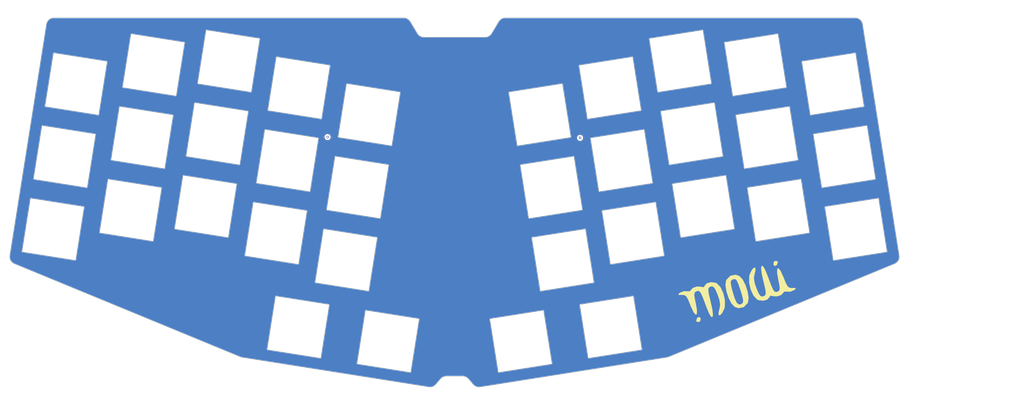
<source format=kicad_pcb>
(kicad_pcb (version 20221018) (generator pcbnew)
  (title_block (title "moai-plate") (rev "0.0.2") (company "Unknown"))
  (layers (0 "F.Cu" signal) (31 "B.Cu" signal) (34 "B.Paste" user) (35 "F.Paste" user) (36 "B.SilkS" user "B.Silkscreen") (37 "F.SilkS" user "F.Silkscreen") (38 "B.Mask" user) (39 "F.Mask" user) (44 "Edge.Cuts" user))
  (net 0 "")
  (footprint "LOGO" (layer "F.Cu") (at 293.8 155 18)
    (fp_text reference "" (at 0 0 18) (layer "F.SilkS") (effects (font (size 1.5 1.5) (thickness 0.3))))
    (fp_text value "LOGO" hide)
    (fp_poly (pts (xy -24.929629 3.488581) (xy -25.30835 4.136537) (xy -25.674383 4.233334) (xy -26.222972 3.959842) (xy -26.232947 3.674769) (xy -25.764766 3.053614) (xy -25.201136 2.974637)) (fill solid) (layer "F.SilkS"))
    (fp_poly (pts (xy -1.52888 -4.430212) (xy -1.518904 -4.145138) (xy -1.987085 -3.523984) (xy -2.550715 -3.445007) (xy -2.822222 -3.95895) (xy -2.443502 -4.606906) (xy -2.077469 -4.703703)) (fill solid) (layer "F.SilkS"))
    (fp_poly (pts (xy -12.896387 -4.463811) (xy -12.067346 -3.843518) (xy -11.534822 -2.732187) (xy -11.27361 -1.108072) (xy -11.279839 0.683279) (xy -11.549642 2.296317) (xy -12.079148 3.385494) (xy -12.149074 3.454877) (xy -13.49381 4.157117) (xy -14.855464 3.993442) (xy -15.684506 3.373148) (xy -16.21703 2.261818) (xy -16.372113 1.29757) (xy -14.998963 1.29757) (xy -14.832949 2.556215) (xy -14.422624 3.146486) (xy -13.759756 3.203322) (xy -13.317644 2.973446) (xy -13.065424 2.361904) (xy -12.954628 1.166211) (xy -12.935185 -0.241627) (xy -12.960662 -1.969943) (xy -13.075516 -2.959381) (xy -13.337381 -3.411268) (xy -13.803893 -3.526931) (xy -13.875926 -3.527777) (xy -14.4136 -3.40904) (xy -14.724208 -2.909897) (xy -14.891646 -1.81595) (xy -14.95967 -0.758223) (xy -14.998963 1.29757) (xy -16.372113 1.29757) (xy -16.478242 0.637703) (xy -16.472012 -1.153648) (xy -16.202209 -2.766686) (xy -15.672704 -3.855863) (xy -15.602777 -3.925246) (xy -14.258042 -4.627487)) (fill solid) (layer "F.SilkS"))
    (fp_poly (pts (xy -22.409926 -4.320087) (xy -22.254571 -4.192348) (xy -21.686797 -3.935375) (xy -21.427181 -4.192348) (xy -20.663324 -4.651194) (xy -19.537325 -4.603211) (xy -18.450293 -4.091519) (xy -18.182161 -3.843518) (xy -17.584215 -2.599021) (xy -17.377022 -0.872273) (xy -17.549992 0.968145) (xy -18.092537 2.55365) (xy -18.378584 2.993974) (xy -19.273825 3.909576) (xy -19.965979 4.27322) (xy -20.285321 4.096012) (xy -20.062126 3.389058) (xy -19.742194 2.904748) (xy -19.12477 1.793921) (xy -18.884722 0.458963) (xy -18.904964 -0.975807) (xy -19.03757 -2.466309) (xy -19.279358 -3.237109) (xy -19.72432 -3.509125) (xy -19.990741 -3.527777) (xy -20.468741 -3.43378) (xy -20.776598 -3.026374) (xy -20.973683 -2.117442) (xy -21.119371 -0.518863) (xy -21.166666 0.198065) (xy -21.364956 2.238008) (xy -21.646591 3.586097) (xy -21.970264 4.111301) (xy -22.283325 3.895466) (xy -22.501957 2.947613) (xy -22.642949 1.179081) (xy -22.675819 0.385459) (xy -22.763321 -1.536973) (xy -22.894235 -2.703655) (xy -23.119509 -3.299549) (xy -23.49009 -3.509617) (xy -23.753703 -3.527777) (xy -24.296215 -3.400402) (xy -24.625987 -2.877159) (xy -24.832378 -1.746369) (xy -24.929629 -0.742173) (xy -25.19008 1.117587) (xy -25.537985 2.093612) (xy -25.905366 2.176641) (xy -26.224241 1.357413) (xy -26.426631 -0.373334) (xy -26.435072 -0.537071) (xy -26.546341 -2.167546) (xy -26.748017 -3.096967) (xy -27.136928 -3.565003) (xy -27.751852 -3.796362) (xy -28.531984 -4.050526) (xy -28.461855 -4.281551) (xy -28.042322 -4.478007) (xy -26.863882 -4.546838) (xy -26.300239 -4.3172) (xy -25.451903 -4.048451) (xy -25.158861 -4.242965) (xy -24.45373 -4.631739) (xy -23.37446 -4.654606)) (fill solid) (layer "F.SilkS"))
    (fp_poly (pts (xy -7.46653 -4.566382) (xy -7.689726 -3.859428) (xy -8.009658 -3.375118) (xy -8.627082 -2.264291) (xy -8.867129 -0.929333) (xy -8.846888 0.505438) (xy -8.714282 1.995939) (xy -8.472494 2.766739) (xy -8.027532 3.038755) (xy -7.761111 3.057408) (xy -7.28311 2.96341) (xy -6.975254 2.556004) (xy -6.778168 1.647072) (xy -6.63248 0.048494) (xy -6.585185 -0.668434) (xy -6.386895 -2.708377) (xy -6.10526 -4.056467) (xy -5.781588 -4.58167) (xy -5.468526 -4.365836) (xy -5.249894 -3.417983) (xy -5.108903 -1.649451) (xy -5.076032 -0.855828) (xy -4.988531 1.066603) (xy -4.857616 2.233285) (xy -4.632342 2.82918) (xy -4.261762 3.039248) (xy -3.998148 3.057408) (xy -3.455636 2.930033) (xy -3.125864 2.406789) (xy -2.919473 1.275999) (xy -2.822222 0.271804) (xy -2.561772 -1.587956) (xy -2.213866 -2.563981) (xy -1.846486 -2.647011) (xy -1.527611 -1.827782) (xy -1.325221 -0.097035) (xy -1.316779 0.066702) (xy -1.20551 1.697176) (xy -1.003834 2.626598) (xy -0.614924 3.094634) (xy 0 3.325993) (xy 0.780132 3.580156) (xy 0.710004 3.811182) (xy 0.29047 4.007637) (xy -0.887969 4.076469) (xy -1.451612 3.84683) (xy -2.299948 3.578081) (xy -2.59299 3.772596) (xy -3.298121 4.16137) (xy -4.377392 4.184237) (xy -5.341925 3.849718) (xy -5.497281 3.721979) (xy -6.065055 3.465006) (xy -6.32467 3.721979) (xy -7.088527 4.180824) (xy -8.214526 4.132841) (xy -9.301558 3.621149) (xy -9.569691 3.373148) (xy -10.167636 2.128652) (xy -10.374829 0.401903) (xy -10.201859 -1.438515) (xy -9.659314 -3.02402) (xy -9.373268 -3.464344) (xy -8.478027 -4.379946) (xy -7.785872 -4.74359)) (fill solid) (layer "F.SilkS"))
  )
  (footprint "LOGO" (layer "B.Cu") (at 121 153.8 162)
    (fp_text reference "" (at 0 0 162) (layer "B.SilkS") (effects (font (size 1.5 1.5) (thickness 0.3)) (justify mirror)))
    (fp_text value "LOGO" hide)
  )
  (gr_line (start 300.25807 118.430495) (end 302.448153 132.258132) (stroke (width 0.15)) (layer "Edge.Cuts"))
  (gr_line (start 173.027755 176.287901) (end 175.217838 162.460264) (stroke (width 0.15)) (layer "Edge.Cuts"))
  (gr_line (start 137.877658 94.735165) (end 124.050021 92.545082) (stroke (width 0.15)) (layer "Edge.Cuts"))
  (gr_line (start 177.532436 119.240237) (end 191.360073 121.430319) (stroke (width 0.15)) (layer "Edge.Cuts"))
  (gr_line (start 173.778009 142.944757) (end 171.587927 156.772394) (stroke (width 0.15)) (layer "Edge.Cuts"))
  (gr_line (start 182.410795 177.774028) (end 196.238431 179.964111) (stroke (width 0.15)) (layer "Edge.Cuts"))
  (gr_line (start 241.926187 114.507311) (end 255.753824 112.317229) (stroke (width 0.15)) (layer "Edge.Cuts"))
  (gr_line (start 159.200119 174.097818) (end 173.027755 176.287901) (stroke (width 0.15)) (layer "Edge.Cuts"))
  (gr_line (start 114.887849 118.430495) (end 101.060212 116.240413) (stroke (width 0.15)) (layer "Edge.Cuts"))
  (gr_line (start 135.687575 108.562801) (end 137.877658 94.735165) (stroke (width 0.15)) (layer "Edge.Cuts"))
  (gr_line (start 118.887684 125.138797) (end 132.715321 127.32888) (stroke (width 0.15)) (layer "Edge.Cuts"))
  (gr_line (start 271.704082 91.566584) (end 257.876445 93.756666) (stroke (width 0.15)) (layer "Edge.Cuts"))
  (gr_line (start 151.324965 131.288823) (end 137.497328 129.098741) (stroke (width 0.15)) (layer "Edge.Cuts"))
  (gr_line (start 154.297219 112.522745) (end 140.469583 110.332662) (stroke (width 0.15)) (layer "Edge.Cuts"))
  (gr_line (start 238.395655 124.178679) (end 224.568019 126.368761) (stroke (width 0.15)) (layer "Edge.Cuts"))
  (gr_line (start 156.419841 131.083307) (end 170.247478 133.27339) (stroke (width 0.15)) (layer "Edge.Cuts"))
  (gr_line (start 179.722519 105.4126) (end 177.532436 119.240237) (stroke (width 0.15)) (layer "Edge.Cuts"))
  (gr_line (start 276.866419 124.160299) (end 274.676337 110.332662) (stroke (width 0.15)) (layer "Edge.Cuts"))
  (gr_line (start 297.040408 130.077239) (end 283.212771 132.267322) (stroke (width 0.15)) (layer "Edge.Cuts"))
  (gr_line (start 299.475898 113.492053) (end 313.303535 111.301971) (stroke (width 0.15)) (layer "Edge.Cuts"))
  (gr_line (start 224.568019 126.368761) (end 226.758101 140.196398) (stroke (width 0.15)) (layer "Edge.Cuts"))
  (gr_line (start 282.430599 127.32888) (end 296.258235 125.138797) (stroke (width 0.15)) (layer "Edge.Cuts"))
  (gr_line (start 223.785846 121.430319) (end 237.613483 119.240237) (stroke (width 0.15)) (layer "Edge.Cuts"))
  (gr_line (start 194.440579 88.395897) (end 104.139851 88.395897) (stroke (width 0.15)) (layer "Edge.Cuts"))
  (gr_line (start 263.038782 126.350381) (end 276.866419 124.160299) (stroke (width 0.15)) (layer "Edge.Cuts"))
  (gr_line (start 161.582178 98.489592) (end 159.392096 112.317229) (stroke (width 0.15)) (layer "Edge.Cuts"))
  (gr_line (start 311.006069 88.395897) (end 220.70534 88.395897) (stroke (width 0.15)) (layer "Edge.Cuts"))
  (gr_line (start 134.905403 113.501243) (end 121.077766 111.311161) (stroke (width 0.15)) (layer "Edge.Cuts"))
  (gr_line (start 311.113452 97.474334) (end 297.285816 99.664417) (stroke (width 0.15)) (layer "Edge.Cuts"))
  (gr_line (start 117.860104 99.664417) (end 104.032467 97.474334) (stroke (width 0.15)) (layer "Edge.Cuts"))
  (gr_line (start 176.750264 124.178679) (end 174.560181 138.006315) (stroke (width 0.15)) (layer "Edge.Cuts"))
  (gr_line (start 141.251755 105.39422) (end 155.079392 107.584303) (stroke (width 0.15)) (layer "Edge.Cuts"))
  (gr_line (start 229.730356 158.962476) (end 243.557993 156.772394) (stroke (width 0.15)) (layer "Edge.Cuts"))
  (gr_line (start 115.915429 143.904876) (end 129.743066 146.094958) (stroke (width 0.15)) (layer "Edge.Cuts"))
  (gr_line (start 283.212771 132.267322) (end 285.402854 146.094958) (stroke (width 0.15)) (layer "Edge.Cuts"))
  (gr_line (start 196.238431 179.964111) (end 198.428514 166.136474) (stroke (width 0.15)) (layer "Edge.Cuts"))
  (gr_line (start 255.945801 174.097818) (end 253.755718 160.270182) (stroke (width 0.15)) (layer "Edge.Cuts"))
  (gr_line (start 135.307245 142.926377) (end 149.134882 145.11646) (stroke (width 0.15)) (layer "Edge.Cuts"))
  (gr_line (start 173.219732 114.507311) (end 175.409815 100.679674) (stroke (width 0.15)) (layer "Edge.Cuts"))
  (gr_line (start 221.595764 107.602683) (end 223.785846 121.430319) (stroke (width 0.15)) (layer "Edge.Cuts"))
  (gr_line (start 243.557993 156.772394) (end 241.36791 142.944757) (stroke (width 0.15)) (layer "Edge.Cuts"))
  (gr_arc (start 218.990354 89.366905) (mid 219.719942 88.655497) (end 220.70534 88.395897) (stroke (width 0.15)) (layer "Edge.Cuts"))
  (gr_line (start 115.670021 113.492053) (end 117.860104 99.664417) (stroke (width 0.15)) (layer "Edge.Cuts"))
  (gr_line (start 274.676337 110.332662) (end 260.8487 112.522745) (stroke (width 0.15)) (layer "Edge.Cuts"))
  (gr_line (start 230.545042 163.946392) (end 216.717405 166.136474) (stroke (width 0.15)) (layer "Edge.Cuts"))
  (gr_line (start 259.508251 136.021749) (end 245.680614 138.211831) (stroke (width 0.15)) (layer "Edge.Cuts"))
  (gr_line (start 193.550156 107.602683) (end 179.722519 105.4126) (stroke (width 0.15)) (layer "Edge.Cuts"))
  (gr_line (start 260.8487 112.522745) (end 263.038782 126.350381) (stroke (width 0.15)) (layer "Edge.Cuts"))
  (gr_arc (start 93.924161 151.930927) (mid 92.942319 151.060587) (end 92.711136 149.769053) (stroke (width 0.15)) (layer "Edge.Cuts"))
  (gr_line (start 138.2795 124.160299) (end 152.107137 126.350381) (stroke (width 0.15)) (layer "Edge.Cuts"))
  (gr_arc (start 202.75334 183.072887) (mid 201.925848 183.646862) (end 200.923553 183.744822) (stroke (width 0.15)) (layer "Edge.Cuts"))
  (gr_line (start 140.469583 110.332662) (end 138.2795 124.160299) (stroke (width 0.15)) (layer "Edge.Cuts"))
  (gr_line (start 169.465305 138.211831) (end 155.637669 136.021749) (stroke (width 0.15)) (layer "Edge.Cuts"))
  (gr_line (start 266.011037 145.11646) (end 279.838674 142.926377) (stroke (width 0.15)) (layer "Edge.Cuts"))
  (gr_arc (start 203.974428 181.65181) (mid 204.656745 181.137714) (end 205.491346 180.955251) (stroke (width 0.15)) (layer "Edge.Cuts"))
  (gr_line (start 241.36791 142.944757) (end 227.540273 145.13484) (stroke (width 0.15)) (layer "Edge.Cuts"))
  (gr_line (start 153.447586 149.849386) (end 167.275223 152.039468) (stroke (width 0.15)) (layer "Edge.Cuts"))
  (gr_arc (start 311.006069 88.395898) (mid 312.304964 88.875086) (end 312.981445 90.083028) (stroke (width 0.15)) (layer "Edge.Cuts"))
  (gr_line (start 95.897875 148.834128) (end 109.725512 151.02421) (stroke (width 0.15)) (layer "Edge.Cuts"))
  (gr_line (start 137.497328 129.098741) (end 135.307245 142.926377) (stroke (width 0.15)) (layer "Edge.Cuts"))
  (gr_arc (start 209.654573 180.955251) (mid 210.489174 181.137714) (end 211.171491 181.65181) (stroke (width 0.15)) (layer "Edge.Cuts"))
  (gr_line (start 280.240516 113.501243) (end 282.430599 127.32888) (stroke (width 0.15)) (layer "Edge.Cuts"))
  (gr_line (start 98.087957 135.006491) (end 95.897875 148.834128) (stroke (width 0.15)) (layer "Edge.Cuts"))
  (gr_line (start 205.491346 180.955251) (end 209.654573 180.955251) (stroke (width 0.15)) (layer "Edge.Cuts"))
  (gr_line (start 149.134882 145.11646) (end 151.324965 131.288823) (stroke (width 0.15)) (layer "Edge.Cuts"))
  (gr_line (start 316.27579 130.068049) (end 314.085707 116.240413) (stroke (width 0.15)) (layer "Edge.Cuts"))
  (gr_line (start 104.032467 97.474334) (end 101.842385 111.301971) (stroke (width 0.15)) (layer "Edge.Cuts"))
  (gr_line (start 237.613483 119.240237) (end 235.4234 105.4126) (stroke (width 0.15)) (layer "Edge.Cuts"))
  (gr_line (start 188.387818 140.196398) (end 190.577901 126.368761) (stroke (width 0.15)) (layer "Edge.Cuts"))
  (gr_arc (start 152.705782 176.107878) (mid 152.47734 176.057854) (end 152.256299 175.981506) (stroke (width 0.15)) (layer "Edge.Cuts"))
  (gr_line (start 101.060212 116.240413) (end 98.87013 130.068049) (stroke (width 0.15)) (layer "Edge.Cuts"))
  (gr_line (start 297.285816 99.664417) (end 299.475898 113.492053) (stroke (width 0.15)) (layer "Edge.Cuts"))
  (gr_line (start 152.107137 126.350381) (end 154.297219 112.522745) (stroke (width 0.15)) (layer "Edge.Cuts"))
  (gr_line (start 277.268261 94.735165) (end 279.458344 108.562801) (stroke (width 0.15)) (layer "Edge.Cuts"))
  (gr_line (start 131.933148 132.267322) (end 118.105511 130.077239) (stroke (width 0.15)) (layer "Edge.Cuts"))
  (gr_line (start 171.587927 156.772394) (end 185.415563 158.962476) (stroke (width 0.15)) (layer "Edge.Cuts"))
  (gr_line (start 322.434783 149.769053) (end 312.981445 90.083028) (stroke (width 0.15)) (layer "Edge.Cuts"))
  (gr_line (start 121.077766 111.311161) (end 118.887684 125.138797) (stroke (width 0.15)) (layer "Edge.Cuts"))
  (gr_line (start 111.915594 137.196574) (end 98.087957 135.006491) (stroke (width 0.15)) (layer "Edge.Cuts"))
  (gr_line (start 239.928081 162.460264) (end 242.118164 176.287901) (stroke (width 0.15)) (layer "Edge.Cuts"))
  (gr_line (start 159.392096 112.317229) (end 173.219732 114.507311) (stroke (width 0.15)) (layer "Edge.Cuts"))
  (gr_line (start 190.577901 126.368761) (end 176.750264 124.178679) (stroke (width 0.15)) (layer "Edge.Cuts"))
  (gr_line (start 129.743066 146.094958) (end 131.933148 132.267322) (stroke (width 0.15)) (layer "Edge.Cuts"))
  (gr_line (start 172.43756 119.445753) (end 158.609923 117.25567) (stroke (width 0.15)) (layer "Edge.Cuts"))
  (gr_line (start 279.458344 108.562801) (end 293.285981 106.372719) (stroke (width 0.15)) (layer "Edge.Cuts"))
  (gr_arc (start 217.155565 92.424889) (mid 216.425977 93.136297) (end 215.440579 93.395897) (stroke (width 0.15)) (layer "Edge.Cuts"))
  (gr_line (start 121.859939 106.372719) (end 135.687575 108.562801) (stroke (width 0.15)) (layer "Edge.Cuts"))
  (gr_line (start 175.217838 162.460264) (end 161.390201 160.270182) (stroke (width 0.15)) (layer "Edge.Cuts"))
  (gr_line (start 319.248044 148.834128) (end 317.057962 135.006491) (stroke (width 0.15)) (layer "Edge.Cuts"))
  (gr_line (start 93.924161 151.930927) (end 152.256299 175.981506) (stroke (width 0.15)) (layer "Edge.Cuts"))
  (gr_line (start 303.230325 137.196574) (end 305.420408 151.02421) (stroke (width 0.15)) (layer "Edge.Cuts"))
  (gr_line (start 291.095898 92.545082) (end 277.268261 94.735165) (stroke (width 0.15)) (layer "Edge.Cuts"))
  (gr_line (start 255.753824 112.317229) (end 253.563741 98.489592) (stroke (width 0.15)) (layer "Edge.Cuts"))
  (gr_arc (start 262.88962 175.981506) (mid 262.668579 176.057854) (end 262.440137 176.107878) (stroke (width 0.15)) (layer "Edge.Cuts"))
  (gr_line (start 185.415563 158.962476) (end 187.605646 145.13484) (stroke (width 0.15)) (layer "Edge.Cuts"))
  (gr_line (start 279.838674 142.926377) (end 277.648591 129.098741) (stroke (width 0.15)) (layer "Edge.Cuts"))
  (gr_line (start 302.448153 132.258132) (end 316.27579 130.068049) (stroke (width 0.15)) (layer "Edge.Cuts"))
  (gr_line (start 215.440579 93.395897) (end 199.70534 93.395897) (stroke (width 0.15)) (layer "Edge.Cuts"))
  (gr_line (start 314.085707 116.240413) (end 300.25807 118.430495) (stroke (width 0.15)) (layer "Edge.Cuts"))
  (gr_arc (start 102.164474 90.083028) (mid 102.840955 88.875085) (end 104.139851 88.395897) (stroke (width 0.15)) (layer "Edge.Cuts"))
  (gr_line (start 242.708359 119.445753) (end 244.898442 133.27339) (stroke (width 0.15)) (layer "Edge.Cuts"))
  (gr_line (start 211.171491 181.65181) (end 212.392579 183.072887) (stroke (width 0.15)) (layer "Edge.Cuts"))
  (gr_line (start 317.057962 135.006491) (end 303.230325 137.196574) (stroke (width 0.15)) (layer "Edge.Cuts"))
  (gr_line (start 277.648591 129.098741) (end 263.820955 131.288823) (stroke (width 0.15)) (layer "Edge.Cuts"))
  (gr_line (start 293.285981 106.372719) (end 291.095898 92.545082) (stroke (width 0.15)) (layer "Edge.Cuts"))
  (gr_line (start 202.75334 183.072887) (end 203.974428 181.65181) (stroke (width 0.15)) (layer "Edge.Cuts"))
  (gr_line (start 218.990355 89.366905) (end 217.155565 92.424888) (stroke (width 0.15)) (layer "Edge.Cuts"))
  (gr_line (start 109.725512 151.02421) (end 111.915594 137.196574) (stroke (width 0.15)) (layer "Edge.Cuts"))
  (gr_line (start 305.420408 151.02421) (end 319.248044 148.834128) (stroke (width 0.15)) (layer "Edge.Cuts"))
  (gr_line (start 161.390201 160.270182) (end 159.200119 174.097818) (stroke (width 0.15)) (layer "Edge.Cuts"))
  (gr_line (start 235.4234 105.4126) (end 221.595764 107.602683) (stroke (width 0.15)) (layer "Edge.Cuts"))
  (gr_line (start 227.540273 145.13484) (end 229.730356 158.962476) (stroke (width 0.15)) (layer "Edge.Cuts"))
  (gr_line (start 152.705782 176.107877) (end 200.923553 183.744822) (stroke (width 0.15)) (layer "Edge.Cuts"))
  (gr_line (start 158.609923 117.25567) (end 156.419841 131.083307) (stroke (width 0.15)) (layer "Edge.Cuts"))
  (gr_line (start 242.118164 176.287901) (end 255.945801 174.097818) (stroke (width 0.15)) (layer "Edge.Cuts"))
  (gr_line (start 244.898442 133.27339) (end 258.726078 131.083307) (stroke (width 0.15)) (layer "Edge.Cuts"))
  (gr_line (start 174.560181 138.006315) (end 188.387818 140.196398) (stroke (width 0.15)) (layer "Edge.Cuts"))
  (gr_line (start 197.990355 92.424888) (end 196.155565 89.366905) (stroke (width 0.15)) (layer "Edge.Cuts"))
  (gr_line (start 262.88962 175.981506) (end 321.221759 151.930927) (stroke (width 0.15)) (layer "Edge.Cuts"))
  (gr_line (start 214.222366 183.744822) (end 262.440137 176.107877) (stroke (width 0.15)) (layer "Edge.Cuts"))
  (gr_line (start 155.079392 107.584303) (end 157.269474 93.756666) (stroke (width 0.15)) (layer "Edge.Cuts"))
  (gr_line (start 102.164474 90.083028) (end 92.711136 149.769053) (stroke (width 0.15)) (layer "Edge.Cuts"))
  (gr_arc (start 322.434783 149.769052) (mid 322.203601 151.060587) (end 321.221759 151.930927) (stroke (width 0.15)) (layer "Edge.Cuts"))
  (gr_line (start 232.735125 177.774028) (end 230.545042 163.946392) (stroke (width 0.15)) (layer "Edge.Cuts"))
  (gr_line (start 240.585738 138.006315) (end 238.395655 124.178679) (stroke (width 0.15)) (layer "Edge.Cuts"))
  (gr_line (start 258.726078 131.083307) (end 256.535996 117.25567) (stroke (width 0.15)) (layer "Edge.Cuts"))
  (gr_line (start 191.360073 121.430319) (end 193.550156 107.602683) (stroke (width 0.15)) (layer "Edge.Cuts"))
  (gr_line (start 218.907488 179.964111) (end 232.735125 177.774028) (stroke (width 0.15)) (layer "Edge.Cuts"))
  (gr_line (start 98.87013 130.068049) (end 112.697766 132.258132) (stroke (width 0.15)) (layer "Edge.Cuts"))
  (gr_line (start 132.715321 127.32888) (end 134.905403 113.501243) (stroke (width 0.15)) (layer "Edge.Cuts"))
  (gr_line (start 216.717405 166.136474) (end 218.907488 179.964111) (stroke (width 0.15)) (layer "Edge.Cuts"))
  (gr_line (start 155.637669 136.021749) (end 153.447586 149.849386) (stroke (width 0.15)) (layer "Edge.Cuts"))
  (gr_line (start 296.258235 125.138797) (end 294.068153 111.311161) (stroke (width 0.15)) (layer "Edge.Cuts"))
  (gr_arc (start 199.70534 93.395896) (mid 198.719943 93.136296) (end 197.990355 92.424888) (stroke (width 0.15)) (layer "Edge.Cuts"))
  (gr_line (start 285.402854 146.094958) (end 299.23049 143.904876) (stroke (width 0.15)) (layer "Edge.Cuts"))
  (gr_line (start 167.275223 152.039468) (end 169.465305 138.211831) (stroke (width 0.15)) (layer "Edge.Cuts"))
  (gr_line (start 187.605646 145.13484) (end 173.778009 142.944757) (stroke (width 0.15)) (layer "Edge.Cuts"))
  (gr_line (start 101.842385 111.301971) (end 115.670021 113.492053) (stroke (width 0.15)) (layer "Edge.Cuts"))
  (gr_line (start 157.269474 93.756666) (end 143.441838 91.566584) (stroke (width 0.15)) (layer "Edge.Cuts"))
  (gr_arc (start 194.440579 88.395897) (mid 195.425976 88.655497) (end 196.155565 89.366905) (stroke (width 0.15)) (layer "Edge.Cuts"))
  (gr_line (start 273.894164 105.39422) (end 271.704082 91.566584) (stroke (width 0.15)) (layer "Edge.Cuts"))
  (gr_line (start 253.563741 98.489592) (end 239.736104 100.679674) (stroke (width 0.15)) (layer "Edge.Cuts"))
  (gr_line (start 124.050021 92.545082) (end 121.859939 106.372719) (stroke (width 0.15)) (layer "Edge.Cuts"))
  (gr_line (start 239.736104 100.679674) (end 241.926187 114.507311) (stroke (width 0.15)) (layer "Edge.Cuts"))
  (gr_line (start 261.698333 149.849386) (end 259.508251 136.021749) (stroke (width 0.15)) (layer "Edge.Cuts"))
  (gr_line (start 175.409815 100.679674) (end 161.582178 98.489592) (stroke (width 0.15)) (layer "Edge.Cuts"))
  (gr_arc (start 214.222366 183.744822) (mid 213.220071 183.646862) (end 212.392579 183.072887) (stroke (width 0.15)) (layer "Edge.Cuts"))
  (gr_line (start 256.535996 117.25567) (end 242.708359 119.445753) (stroke (width 0.15)) (layer "Edge.Cuts"))
  (gr_line (start 112.697766 132.258132) (end 114.887849 118.430495) (stroke (width 0.15)) (layer "Edge.Cuts"))
  (gr_line (start 247.870697 152.039468) (end 261.698333 149.849386) (stroke (width 0.15)) (layer "Edge.Cuts"))
  (gr_line (start 170.247478 133.27339) (end 172.43756 119.445753) (stroke (width 0.15)) (layer "Edge.Cuts"))
  (gr_line (start 226.758101 140.196398) (end 240.585738 138.006315) (stroke (width 0.15)) (layer "Edge.Cuts"))
  (gr_line (start 253.755718 160.270182) (end 239.928081 162.460264) (stroke (width 0.15)) (layer "Edge.Cuts"))
  (gr_line (start 245.680614 138.211831) (end 247.870697 152.039468) (stroke (width 0.15)) (layer "Edge.Cuts"))
  (gr_line (start 299.23049 143.904876) (end 297.040408 130.077239) (stroke (width 0.15)) (layer "Edge.Cuts"))
  (gr_line (start 260.066528 107.584303) (end 273.894164 105.39422) (stroke (width 0.15)) (layer "Edge.Cuts"))
  (gr_line (start 263.820955 131.288823) (end 266.011037 145.11646) (stroke (width 0.15)) (layer "Edge.Cuts"))
  (gr_line (start 184.600877 163.946392) (end 182.410795 177.774028) (stroke (width 0.15)) (layer "Edge.Cuts"))
  (gr_line (start 294.068153 111.311161) (end 280.240516 113.501243) (stroke (width 0.15)) (layer "Edge.Cuts"))
  (gr_line (start 198.428514 166.136474) (end 184.600877 163.946392) (stroke (width 0.15)) (layer "Edge.Cuts"))
  (gr_line (start 118.105511 130.077239) (end 115.915429 143.904876) (stroke (width 0.15)) (layer "Edge.Cuts"))
  (gr_line (start 143.441838 91.566584) (end 141.251755 105.39422) (stroke (width 0.15)) (layer "Edge.Cuts"))
  (gr_line (start 313.303535 111.301971) (end 311.113452 97.474334) (stroke (width 0.15)) (layer "Edge.Cuts"))
  (gr_line (start 257.876445 93.756666) (end 260.066528 107.584303) (stroke (width 0.15)) (layer "Edge.Cuts"))
  (via (at 174.8 119.2) (size 0.6) (drill 0.3) (layers "F.Cu" "B.Cu") (net 0))
  (via (at 240 119.4) (size 0.6) (drill 0.3) (layers "F.Cu" "B.Cu") (net 0))
  (zone (net 0) (net_name "") (layer "F.Cu") (connect_pads (clearance 0.508)) (min_thickness 0.25) (fill yes (mode hatch) (thermal_gap 0.5) (thermal_bridge_width 0.5) (island_removal_mode 1) (island_area_min 10) (hatch_thickness 1) (hatch_gap 1.2) (hatch_orientation 45) (hatch_smoothing_level 3) (hatch_smoothing_value 1) (hatch_border_algorithm hatch_thickness) (hatch_min_hole_area 0.3))
    (polygon (pts (xy 90.4 83.8) (xy 90.4 185.6) (xy 326.2 185.6) (xy 326.4 83.8)))
  )
  (zone (net 0) (net_name "") (layer "B.Cu") (connect_pads (clearance 0.508)) (min_thickness 0.25) (fill yes (thermal_gap 0.5) (thermal_bridge_width 0.5) (island_removal_mode 1) (island_area_min 10))
    (polygon (pts (xy 90.2 83.8) (xy 90.2 185.6) (xy 326 185.6) (xy 326.2 83.8)))
  )
)
</source>
